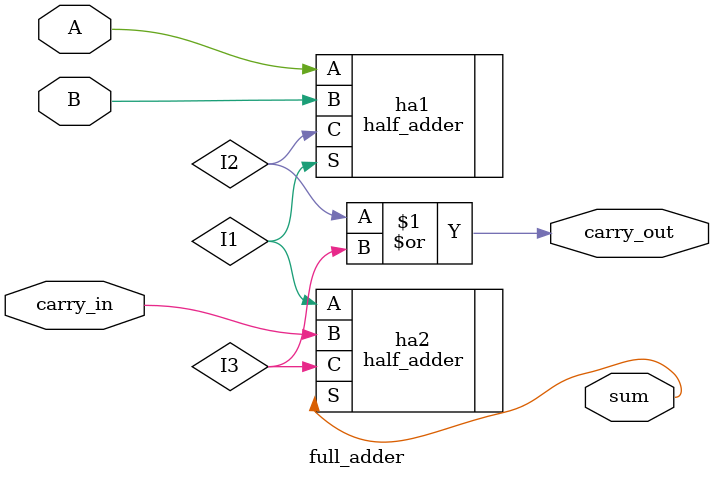
<source format=v>
/*
Module name: Full adder
Author: Nguyen Thanh Phu
*/

`include "half_adder.v"

module full_adder(input A, input B, input carry_in, output sum, output carry_out);
    
    wire A, B, carry_in, carry_out, sum;
    wire I1, I2, I3;
    half_adder ha1(.A(A), .B(B), .S(I1), .C(I2));
    half_adder ha2(.A(I1), .B(carry_in), .S(sum), .C(I3));
    or(carry_out, I2, I3);     // assign #2 carry_out = I2 || I3; //don't use for register
endmodule

/**
Built-in gate primitives:
    and, nand, nor, or, xor, xnor, buf, not, bufif0, bufif1, notif0, notif1
Ex:
    nand(out, in1, in2);
*/
</source>
